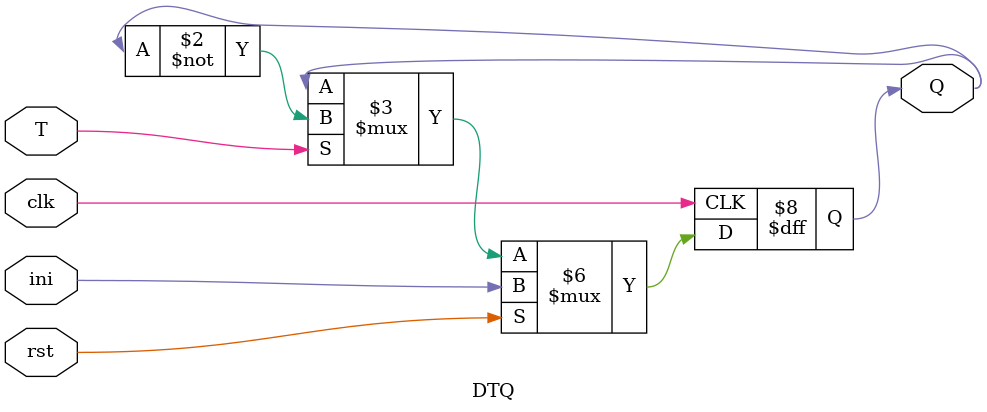
<source format=v>
`timescale 1ns / 1ps
module DTQ
(
	input clk,
	input rst,
	input ini,
	input T,
	output reg Q
);

always @(posedge clk) begin
	if (rst)	Q <= ini;
	else if (T)	Q <= ~Q;
end

endmodule
</source>
